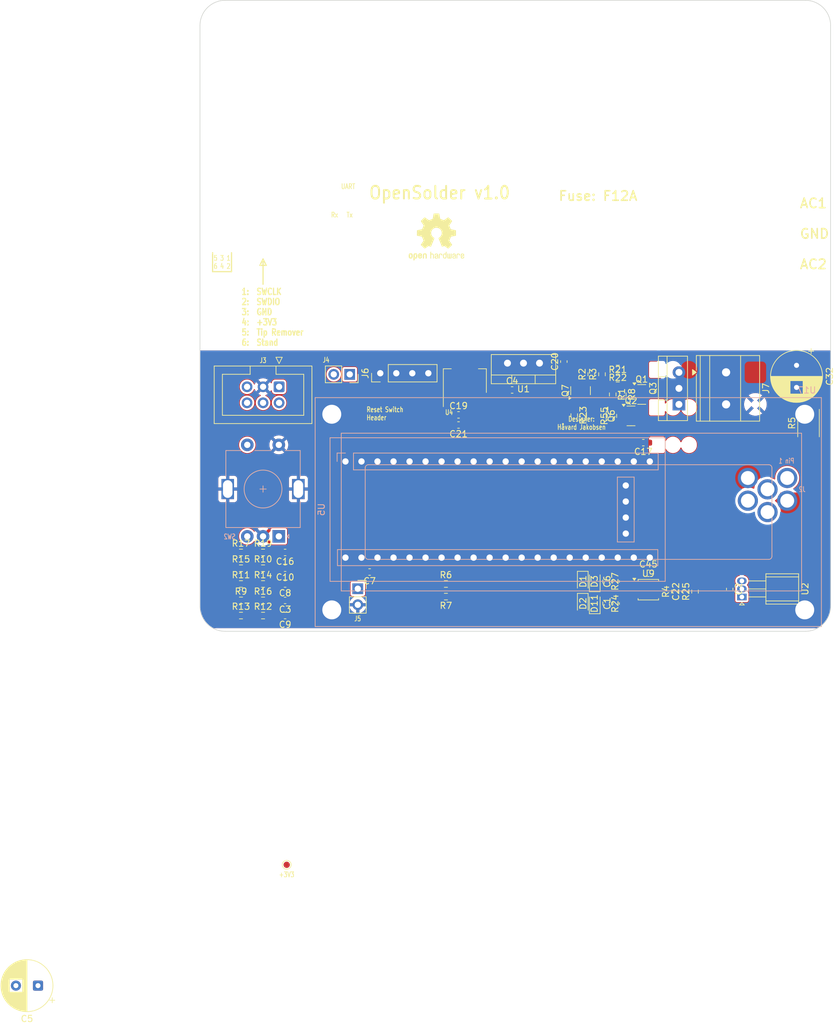
<source format=kicad_pcb>
(kicad_pcb (version 20241229) (generator "pcbnew") (generator_version "9.0")
  (layers (0 "F.Cu" signal) (2 "B.Cu" signal) (13 "F.Paste" user) (15 "B.Paste" user) (5 "F.SilkS" user "F.Silkscreen") (7 "B.SilkS" user "B.Silkscreen") (1 "F.Mask" user) (3 "B.Mask" user) (25 "Edge.Cuts" user))
  (net 0 "")
  (net 1 "+3V3")
  (net 2 "GND")
  (net 3 "+5V")
  (net 4 "/MCU/ENC_SW")
  (net 5 "/MCU/ENC_A")
  (net 6 "/MCU/ENC_B")
  (net 7 "ZERO_CROSS")
  (net 8 "/MCU/SWCLK")
  (net 9 "/MCU/SWDIO")
  (net 10 "/MCU/SCL")
  (net 11 "/MCU/SDA")
  (net 12 "/MCU/TIP_REMOVER")
  (net 13 "/MCU/STAND")
  (net 14 "TIP_CLAMP")
  (net 15 "THERMOCOUPLE+")
  (net 17 "THERMOCOUPLE_ADC")
  (net 18 "HEATER")
  (net 21 "0")
  (net 22 "/MCU/TIP_REMOVER_CONN")
  (net 23 "/MCU/STAND_CONN")
  (net 24 "/MCU/UART_TX")
  (net 25 "/MCU/UART_RX")
  (net 26 "TIP_CHECK")
  (net 27 "+24V")
  (net 28 "THERMOCOUPLE-")
  (net 29 "Net-(R17-Pad2)")
  (net 30 "Net-(U9B--)")
  (net 31 "SHUNT_ADC")
  (net 32 "Net-(Q3-D)")
  (net 33 "Net-(J2-Pad1)")
  (net 34 "SHUNT")
  (net 35 "Net-(J5-Pin_1)")
  (net 36 "SDA_1")
  (net 37 "SCL_1")
  (net 38 "GATE")
  (net 39 "Net-(Q1-B)")
  (net 40 "Net-(Q2-E)")
  (net 41 "Net-(Q2-B)")
  (net 42 "Net-(Q6-B)")
  (net 43 "Net-(Q7-C)")
  (net 44 "Net-(Q7-B)")
  (net 45 "Net-(R10-Pad1)")
  (net 46 "Net-(R12-Pad1)")
  (net 47 "GATE_3V3")
  (net 48 "SW_TEMP")
  (net 49 "GND_C")
  (footprint "TerminalBlock_Phoenix:TerminalBlock_Phoenix_MKDS-1,5-2-5.08_1x02_P5.08mm_Horizontal" (layer "F.Cu") (at 183.4275 108.955 -90)
    (property "Reference" "J7" (at 2.54 -6.32 90) (layer "F.SilkS"))
    (property "Value" "Screw_Terminal_01x02")
    (pad "1" thru_hole roundrect (at 0 0 270) (size 2.6 2.6) (drill 1.3) (layers "*.Cu" "*.Mask") (roundrect_rratio 0.096154) (net 27 "+24V"))
    (pad "2" thru_hole circle (at 5.08 0 270) (size 2.6 2.6) (drill 1.3) (layers "*.Cu" "*.Mask") (net 2 "GND"))
  )
  (footprint "Resistor_SMD:R_0603_1608Metric_Pad0.98x0.95mm_HandSolder" (layer "F.Cu") (at 167.05 112.46 -90)
    (property "Reference" "R8" (at 0 -1.43 90) (layer "F.SilkS"))
    (property "Value" "10k")
    (pad "1" smd roundrect (at -0.9125 0 270) (size 0.975 0.95) (layers "F.Cu" "F.Mask" "F.Paste") (net 27 "+24V"))
    (pad "2" smd roundrect (at 0.9125 0 270) (size 0.975 0.95) (layers "F.Cu" "F.Mask" "F.Paste") (net 38 "GATE"))
  )
  (footprint "Capacitor_SMD:C_0603_1608Metric_Pad1.08x0.95mm_HandSolder" (layer "F.Cu") (at 113.5 142.5 180)
    (property "Reference" "C8" (at 0 -1.43 180) (layer "F.SilkS"))
    (property "Value" "100n")
    (pad "1" smd roundrect (at -0.8625 0 180) (size 1.075 0.95) (layers "F.Cu" "F.Mask" "F.Paste") (net 2 "GND"))
    (pad "2" smd roundrect (at 0.8625 0 180) (size 1.075 0.95) (layers "F.Cu" "F.Mask" "F.Paste") (net 13 "/MCU/STAND"))
  )
  (footprint "Package_SO:OnSemi_Micro8" (layer "F.Cu") (at 171.1 143.4)
    (property "Reference" "U9" (at 0 -2.55 0) (layer "F.SilkS"))
    (property "Value" "NCS21802DMR2G")
    (pad "1" smd rect (at -2.225 -0.975) (size 0.8 0.48) (layers "F.Cu" "F.Mask" "F.Paste") (net 17 "THERMOCOUPLE_ADC"))
    (pad "2" smd rect (at -2.225 -0.325) (size 0.8 0.48) (layers "F.Cu" "F.Mask" "F.Paste") (net 28 "THERMOCOUPLE-"))
    (pad "3" smd rect (at -2.225 0.325) (size 0.8 0.48) (layers "F.Cu" "F.Mask" "F.Paste") (net 15 "THERMOCOUPLE+"))
    (pad "4" smd rect (at -2.225 0.975) (size 0.8 0.48) (layers "F.Cu" "F.Mask" "F.Paste") (net 2 "GND"))
    (pad "5" smd rect (at 2.225 0.975) (size 0.8 0.48) (layers "F.Cu" "F.Mask" "F.Paste") (net 34 "SHUNT"))
    (pad "6" smd rect (at 2.225 0.325) (size 0.8 0.48) (layers "F.Cu" "F.Mask" "F.Paste") (net 30 "Net-(U9B--)"))
    (pad "7" smd rect (at 2.225 -0.325) (size 0.8 0.48) (layers "F.Cu" "F.Mask" "F.Paste") (net 31 "SHUNT_ADC"))
    (pad "8" smd rect (at 2.225 -0.975) (size 0.8 0.48) (layers "F.Cu" "F.Mask" "F.Paste") (net 1 "+3V3"))
  )
  (footprint "Capacitor_SMD:C_0603_1608Metric_Pad1.08x0.95mm_HandSolder" (layer "F.Cu") (at 141 117.3 180)
    (property "Reference" "C21" (at 0 -1.43 0) (layer "F.SilkS"))
    (property "Value" "1u")
    (pad "1" smd roundrect (at -0.8625 0 180) (size 1.075 0.95) (layers "F.Cu" "F.Mask" "F.Paste") (net 1 "+3V3"))
    (pad "2" smd roundrect (at 0.8625 0 180) (size 1.075 0.95) (layers "F.Cu" "F.Mask" "F.Paste") (net 2 "GND"))
  )
  (footprint "Package_TO_SOT_THT:TO-220-3_Vertical" (layer "F.Cu") (at 153.84 107.5 180)
    (property "Reference" "U1" (at 2.54 -4.1 0) (layer "F.SilkS"))
    (property "Value" "L7805")
    (pad "1" thru_hole rect (at 0 0 180) (size 1.905 2) (drill 1.1) (layers "*.Cu" "*.Mask") (net 27 "+24V"))
    (pad "2" thru_hole oval (at 2.54 0 180) (size 1.905 2) (drill 1.1) (layers "*.Cu" "*.Mask") (net 2 "GND"))
    (pad "3" thru_hole oval (at 5.08 0 180) (size 1.905 2) (drill 1.1) (layers "*.Cu" "*.Mask") (net 3 "+5V"))
  )
  (footprint "Diode_SMD:D_SOD-323" (layer "F.Cu") (at 160.7 142.1 -90)
    (property "Reference" "D3" (at 0 -1.85 90) (layer "F.SilkS"))
    (property "Value" "1N4148WS")
    (pad "1" smd roundrect (at -1.05 0 270) (size 0.6 0.45) (layers "F.Cu" "F.Mask" "F.Paste") (net 2 "GND"))
    (pad "2" smd roundrect (at 1.05 0 270) (size 0.6 0.45) (layers "F.Cu" "F.Mask" "F.Paste") (net 28 "THERMOCOUPLE-"))
  )
  (footprint "Connector_IDC:IDC-Header_2x03_P2.54mm_Vertical" (layer "F.Cu") (at 112.545 111.2475 -90)
    (property "Reference" "J3" (at -4.18 2.545 0) (layer "F.SilkS") (effects (font (size 0.8 0.6) (thickness 0.125))))
    (property "Value" "SWD")
    (pad "1" thru_hole roundrect (at 0 0 270) (size 1.7 1.7) (drill 1) (layers "*.Cu" "*.Mask") (roundrect_rratio 0.1470588235) (net 8 "/MCU/SWCLK"))
    (pad "2" thru_hole circle (at 2.54 0 270) (size 1.7 1.7) (drill 1) (layers "*.Cu" "*.Mask") (net 9 "/MCU/SWDIO"))
    (pad "3" thru_hole circle (at 0 2.54 270) (size 1.7 1.7) (drill 1) (layers "*.Cu" "*.Mask") (net 2 "GND"))
    (pad "4" thru_hole circle (at 2.54 2.54 270) (size 1.7 1.7) (drill 1) (layers "*.Cu" "*.Mask") (net 1 "+3V3"))
    (pad "5" thru_hole circle (at 0 5.08 270) (size 1.7 1.7) (drill 1) (layers "*.Cu" "*.Mask") (net 22 "/MCU/TIP_REMOVER_CONN"))
    (pad "6" thru_hole circle (at 2.54 5.08 270) (size 1.7 1.7) (drill 1) (layers "*.Cu" "*.Mask") (net 23 "/MCU/STAND_CONN"))
  )
  (footprint "Resistor_SMD:R_0603_1608Metric_Pad0.98x0.95mm_HandSolder" (layer "F.Cu") (at 166.25 108.36 180)
    (property "Reference" "R22" (at 0 -1.43 0) (layer "F.SilkS"))
    (property "Value" "10k")
    (pad "1" smd roundrect (at -0.9125 0 180) (size 0.975 0.95) (layers "F.Cu" "F.Mask" "F.Paste") (net 27 "+24V"))
    (pad "2" smd roundrect (at 0.9125 0 180) (size 0.975 0.95) (layers "F.Cu" "F.Mask" "F.Paste") (net 43 "Net-(Q7-C)"))
  )
  (footprint "Capacitor_SMD:C_0603_1608Metric_Pad1.08x0.95mm_HandSolder" (layer "F.Cu") (at 157.7 107.25 90)
    (property "Reference" "C20" (at 0 -1.43 90) (layer "F.SilkS"))
    (property "Value" "10u")
    (pad "1" smd roundrect (at -0.8625 0 90) (size 1.075 0.95) (layers "F.Cu" "F.Mask" "F.Paste") (net 27 "+24V"))
    (pad "2" smd roundrect (at 0.8625 0 90) (size 1.075 0.95) (layers "F.Cu" "F.Mask" "F.Paste") (net 2 "GND"))
  )
  (footprint "Capacitor_SMD:C_0603_1608Metric_Pad1.08x0.95mm_HandSolder" (layer "F.Cu") (at 170.3 120.1 180)
    (property "Reference" "C17" (at 0 -1.43 0) (layer "F.SilkS"))
    (property "Value" "1u")
    (pad "1" smd roundrect (at -0.8625 0 180) (size 1.075 0.95) (layers "F.Cu" "F.Mask" "F.Paste") (net 1 "+3V3"))
    (pad "2" smd roundrect (at 0.8625 0 180) (size 1.075 0.95) (layers "F.Cu" "F.Mask" "F.Paste") (net 2 "GND"))
  )
  (footprint "Capacitor_SMD:C_0603_1608Metric_Pad1.08x0.95mm_HandSolder" (layer "F.Cu") (at 176.9 143.7 90)
    (property "Reference" "C22" (at 0 -1.43 90) (layer "F.SilkS"))
    (property "Value" "220p")
    (pad "1" smd roundrect (at -0.8625 0 90) (size 1.075 0.95) (layers "F.Cu" "F.Mask" "F.Paste") (net 30 "Net-(U9B--)"))
    (pad "2" smd roundrect (at 0.8625 0 90) (size 1.075 0.95) (layers "F.Cu" "F.Mask" "F.Paste") (net 31 "SHUNT_ADC"))
  )
  (footprint "Connector_PinSocket_2.54mm:PinSocket_1x02_P2.54mm_Vertical" (layer "F.Cu") (at 125.025 143.25)
    (property "Reference" "J5" (at -0.025 4.75 0) (layer "F.SilkS") (effects (font (size 0.8 0.6) (thickness 0.125))))
    (property "Value" "RESET")
    (pad "1" thru_hole rect (at 0 0) (size 1.7 1.7) (drill 1) (layers "*.Cu" "*.Mask") (net 35 "Net-(J5-Pin_1)"))
    (pad "2" thru_hole oval (at 0 2.54) (size 1.7 1.7) (drill 1) (layers "*.Cu" "*.Mask") (net 2 "GND"))
  )
  (footprint "Package_TO_SOT_THT:TO-220-3_Vertical" (layer "F.Cu") (at 175.95 114.04 90)
    (property "Reference" "Q3" (at 2.54 -4.1 90) (layer "F.SilkS"))
    (property "Value" "IRF5305")
    (pad "1" thru_hole rect (at 0 0 90) (size 1.905 2) (drill 1.1) (layers "*.Cu" "*.Mask") (net 38 "GATE"))
    (pad "2" thru_hole oval (at 2.54 0 90) (size 1.905 2) (drill 1.1) (layers "*.Cu" "*.Mask") (net 32 "Net-(Q3-D)"))
    (pad "3" thru_hole oval (at 5.08 0 90) (size 1.905 2) (drill 1.1) (layers "*.Cu" "*.Mask") (net 27 "+24V"))
  )
  (footprint "Capacitor_SMD:C_0603_1608Metric_Pad1.08x0.95mm_HandSolder" (layer "F.Cu") (at 166 145.6 90)
    (property "Reference" "C1" (at 0 -1.43 90) (layer "F.SilkS"))
    (property "Value" "1n")
    (pad "1" smd roundrect (at -0.8625 0 90) (size 1.075 0.95) (layers "F.Cu" "F.Mask" "F.Paste") (net 2 "GND"))
    (pad "2" smd roundrect (at 0.8625 0 90) (size 1.075 0.95) (layers "F.Cu" "F.Mask" "F.Paste") (net 15 "THERMOCOUPLE+"))
  )
  (footprint "Diode_SMD:D_SOD-323" (layer "F.Cu") (at 160.7 145.6 -90)
    (property "Reference" "D11" (at 0 -1.85 90) (layer "F.SilkS"))
    (property "Value" "1N4148WS")
    (pad "1" smd roundrect (at -1.05 0 270) (size 0.6 0.45) (layers "F.Cu" "F.Mask" "F.Paste") (net 15 "THERMOCOUPLE+"))
    (pad "2" smd roundrect (at 1.05 0 270) (size 0.6 0.45) (layers "F.Cu" "F.Mask" "F.Paste") (net 2 "GND"))
  )
  (footprint "Connector_PinSocket_2.54mm:PinSocket_1x02_P2.54mm_Vertical" (layer "F.Cu") (at 123.75 109.275 -90)
    (property "Reference" "J4" (at -2.275 3.75 0) (layer "F.SilkS") (effects (font (size 0.8 0.6) (thickness 0.125))))
    (property "Value" "UART")
    (pad "1" thru_hole rect (at 0 0 270) (size 1.7 1.7) (drill 1) (layers "*.Cu" "*.Mask") (net 24 "/MCU/UART_TX"))
    (pad "2" thru_hole oval (at 0 2.54 270) (size 1.7 1.7) (drill 1) (layers "*.Cu" "*.Mask") (net 25 "/MCU/UART_RX"))
  )
  (footprint "Capacitor_THT:CP_Radial_D8.0mm_P3.50mm" (layer "F.Cu") (at 194.6 107.847349 -90)
    (property "Reference" "C32" (at 1.75 -5.25 90) (layer "F.SilkS"))
    (property "Value" "100u")
    (pad "1" thru_hole roundrect (at 0 0 270) (size 1.6 1.6) (drill 0.8) (layers "*.Cu" "*.Mask") (roundrect_rratio 0.15625) (net 27 "+24V"))
    (pad "2" thru_hole circle (at 3.5 0 270) (size 1.6 1.6) (drill 0.8) (layers "*.Cu" "*.Mask") (net 21 "0"))
  )
  (footprint "Capacitor_THT:CP_Radial_D8.0mm_P3.50mm" (layer "F.Cu") (at 74.312651 206.15 180)
    (property "Reference" "C5" (at 1.75 -5.25 180) (layer "F.SilkS"))
    (property "Value" "100u")
    (pad "1" thru_hole roundrect (at 0 0 180) (size 1.6 1.6) (drill 0.8) (layers "*.Cu" "*.Mask") (roundrect_rratio 0.15625) (net 27 "+24V"))
    (pad "2" thru_hole circle (at 3.5 0 180) (size 1.6 1.6) (drill 0.8) (layers "*.Cu" "*.Mask") (net 21 "0"))
  )
  (footprint "Resistor_SMD:R_0603_1608Metric_Pad0.98x0.95mm_HandSolder" (layer "F.Cu") (at 165.45 112.46 -90)
    (property "Reference" "R1" (at 0 -1.43 90) (layer "F.SilkS"))
    (property "Value" "10k")
    (pad "1" smd roundrect (at -0.9125 0 270) (size 0.975 0.95) (layers "F.Cu" "F.Mask" "F.Paste") (net 38 "GATE"))
    (pad "2" smd roundrect (at 0.9125 0 270) (size 0.975 0.95) (layers "F.Cu" "F.Mask" "F.Paste") (net 41 "Net-(Q2-B)"))
  )
  (footprint "Connector_PinHeader_2.54mm:PinHeader_1x04_P2.54mm_Vertical" (layer "F.Cu") (at 128.59 109.1 90)
    (property "Reference" "J6" (at 0 -2.38 90) (layer "F.SilkS"))
    (property "Value" "Conn_01x04_Pin")
    (pad "1" thru_hole rect (at 0 0 90) (size 1.7 1.7) (drill 1) (layers "*.Cu" "*.Mask") (net 2 "GND"))
    (pad "2" thru_hole circle (at 0 2.54 90) (size 1.7 1.7) (drill 1) (layers "*.Cu" "*.Mask") (net 3 "+5V"))
    (pad "3" thru_hole circle (at 0 5.08 90) (size 1.7 1.7) (drill 1) (layers "*.Cu" "*.Mask") (net 36 "SDA_1"))
    (pad "4" thru_hole circle (at 0 7.62 90) (size 1.7 1.7) (drill 1) (layers "*.Cu" "*.Mask") (net 37 "SCL_1"))
  )
  (footprint "Resistor_SMD:R_0603_1608Metric_Pad0.98x0.95mm_HandSolder" (layer "F.Cu") (at 110 142.5)
    (property "Reference" "R14" (at 0 -1.43 0) (layer "F.SilkS"))
    (property "Value" "100k")
    (pad "1" smd roundrect (at -0.9125 0) (size 0.975 0.95) (layers "F.Cu" "F.Mask" "F.Paste") (net 23 "/MCU/STAND_CONN"))
    (pad "2" smd roundrect (at 0.9125 0) (size 0.975 0.95) (layers "F.Cu" "F.Mask" "F.Paste") (net 13 "/MCU/STAND"))
  )
  (footprint "Resistor_SMD:R_0603_1608Metric_Pad0.98x0.95mm_HandSolder" (layer "F.Cu") (at 175.3 143.7 90)
    (property "Reference" "R4" (at 0 -1.43 90) (layer "F.SilkS"))
    (property "Value" "22k")
    (pad "1" smd roundrect (at -0.9125 0 90) (size 0.975 0.95) (layers "F.Cu" "F.Mask" "F.Paste") (net 30 "Net-(U9B--)"))
    (pad "2" smd roundrect (at 0.9125 0 90) (size 0.975 0.95) (layers "F.Cu" "F.Mask" "F.Paste") (net 31 "SHUNT_ADC"))
  )
  (footprint "Resistor_SMD:R_0603_1608Metric_Pad0.98x0.95mm_HandSolder" (layer "F.Cu") (at 106.5 137.5)
    (property "Reference" "R17" (at 0 -1.43 0) (layer "F.SilkS"))
    (property "Value" "10k")
    (pad "1" smd roundrect (at -0.9125 0) (size 0.975 0.95) (layers "F.Cu" "F.Mask" "F.Paste") (net 1 "+3V3"))
    (pad "2" smd roundrect (at 0.9125 0) (size 0.975 0.95) (layers "F.Cu" "F.Mask" "F.Paste") (net 29 "Net-(R17-Pad2)"))
  )
  (footprint "Resistor_SMD:R_0603_1608Metric_Pad0.98x0.95mm_HandSolder" (layer "F.Cu") (at 166.25 109.96)
    (property "Reference" "R21" (at 0 -1.43 0) (layer "F.SilkS"))
    (property "Value" "1k")
    (pad "1" smd roundrect (at -0.9125 0) (size 0.975 0.95) (layers "F.Cu" "F.Mask" "F.Paste") (net 39 "Net-(Q1-B)"))
    (pad "2" smd roundrect (at 0.9125 0) (size 0.975 0.95) (layers "F.Cu" "F.Mask" "F.Paste") (net 27 "+24V"))
  )
  (footprint "Resistor_SMD:R_2512_6332Metric_Pad1.40x3.35mm_HandSolder" (layer "F.Cu") (at 196.5 117 90)
    (property "Reference" "R5" (at 0 -2.63 90) (layer "F.SilkS"))
    (property "Value" "10 mOhm")
    (pad "1" smd roundrect (at -3.05 0 90) (size 1.4 3.35) (layers "F.Cu" "F.Mask" "F.Paste") (roundrect_rratio 0.178571) (net 34 "SHUNT"))
    (pad "2" smd roundrect (at 3.05 0 90) (size 1.4 3.35) (layers "F.Cu" "F.Mask" "F.Paste") (roundrect_rratio 0.178571) (net 2 "GND"))
  )
  (footprint "Capacitor_SMD:C_0603_1608Metric_Pad1.08x0.95mm_HandSolder" (layer "F.Cu") (at 166 142.1 90)
    (property "Reference" "C6" (at 0 -1.43 90) (layer "F.SilkS"))
    (property "Value" "1n")
    (pad "1" smd roundrect (at -0.8625 0 90) (size 1.075 0.95) (layers "F.Cu" "F.Mask" "F.Paste") (net 28 "THERMOCOUPLE-"))
    (pad "2" smd roundrect (at 0.8625 0 90) (size 1.075 0.95) (layers "F.Cu" "F.Mask" "F.Paste") (net 17 "THERMOCOUPLE_ADC"))
  )
  (footprint "Resistor_SMD:R_0603_1608Metric_Pad0.98x0.95mm_HandSolder" (layer "F.Cu") (at 139 144.5 180)
    (property "Reference" "R7" (at 0 -1.43 180) (layer "F.SilkS"))
    (property "Value" "100")
    (pad "1" smd roundrect (at -0.9125 0 180) (size 0.975 0.95) (layers "F.Cu" "F.Mask" "F.Paste") (net 15 "THERMOCOUPLE+"))
    (pad "2" smd roundrect (at 0.9125 0 180) (size 0.975 0.95) (layers "F.Cu" "F.Mask" "F.Paste") (net 34 "SHUNT"))
  )
  (footprint "Capacitor_SMD:C_0603_1608Metric_Pad1.08x0.95mm_HandSolder" (layer "F.Cu") (at 113.5 140 180)
    (property "Reference" "C10" (at 0 -1.43 0) (layer "F.SilkS"))
    (property "Value" "10n")
    (pad "1" smd roundrect (at -0.8625 0 180) (size 1.075 0.95) (layers "F.Cu" "F.Mask" "F.Paste") (net 2 "GND"))
    (pad "2" smd roundrect (at 0.8625 0 180) (size 1.075 0.95) (layers "F.Cu" "F.Mask" "F.Paste") (net 5 "/MCU/ENC_A"))
  )
  (footprint "TestPoint:TestPoint_Pad_D1.0mm" (layer "F.Cu") (at 113.75 187)
    (property "Reference" "TP5" (hide yes))
    (property "Value" "+3V3" (at 0 1.55 0) (layer "F.SilkS") (effects (font (size 0.8 0.6) (thickness 0.125))))
    (pad "1" smd circle (at 0 0) (size 1 1) (layers "F.Cu" "F.Mask") (net 1 "+3V3"))
  )
  (footprint "Package_TO_SOT_SMD:SOT-23" (layer "F.Cu") (at 160.35 111.86 90)
    (property "Reference" "Q7" (at 0 -2.4 90) (layer "F.SilkS"))
    (property "Value" "MMBT5551L")
    (pad "1" smd roundrect (at -0.9375 -0.95 90) (size 1.475 0.6) (layers "F.Cu" "F.Mask" "F.Paste") (net 44 "Net-(Q7-B)"))
    (pad "2" smd roundrect (at -0.9375 0.95 90) (size 1.475 0.6) (layers "F.Cu" "F.Mask" "F.Paste") (net 2 "GND"))
    (pad "3" smd roundrect (at 0.9375 0 90) (size 1.475 0.6) (layers "F.Cu" "F.Mask" "F.Paste") (net 43 "Net-(Q7-C)"))
  )
  (footprint "Symbol:OSHW-Logo2_9.8x8mm_SilkScreen" (layer "F.Cu") (at 137.5 87.5)
    (property "Reference" "REF**" (hide yes))
    (property "Value" "OSHW-Logo2_9.8x8mm_SilkScreen" (hide yes))
  )
  (footprint "Capacitor_SMD:C_0603_1608Metric_Pad1.08x0.95mm_HandSolder" (layer "F.Cu") (at 113.5 145.1 180)
    (property "Reference" "C3" (at 0 -1.43 0) (layer "F.SilkS"))
    (property "Value" "100n")
    (pad "1" smd roundrect (at -0.8625 0 180) (size 1.075 0.95) (layers "F.Cu" "F.Mask" "F.Paste") (net 2 "GND"))
    (pad "2" smd roundrect (at 0.8625 0 180) (size 1.075 0.95) (layers "F.Cu" "F.Mask" "F.Paste") (net 12 "/MCU/TIP_REMOVER"))
  )
  (footprint "Capacitor_SMD:C_0603_1608Metric_Pad1.08x0.95mm_HandSolder" (layer "F.Cu") (at 184 143.3 -90)
    (property "Reference" "C2" (at 0 -1.43 90) (layer "F.SilkS"))
    (property "Value" "100n")
    (pad "1" smd roundrect (at -0.8625 0 270) (size 1.075 0.95) (layers "F.Cu" "F.Mask" "F.Paste") (net 2 "GND"))
    (pad "2" smd roundrect (at 0.8625 0 270) (size 1.075 0.95) (layers "F.Cu" "F.Mask" "F.Paste") (net 1 "+3V3"))
  )
  (footprint "Capacitor_SMD:C_0603_1608Metric_Pad1.08x0.95mm_HandSolder" (layer "F.Cu") (at 126.9 140.6 180)
    (property "Reference" "C7" (at 0 -1.43 0) (layer "F.SilkS"))
    (property "Value" "1u")
    (pad "1" smd roundrect (at -0.8625 0 180) (size 1.075 0.95) (layers "F.Cu" "F.Mask" "F.Paste") (net 1 "+3V3"))
    (pad "2" smd roundrect (at 0.8625 0 180) (size 1.075 0.95) (layers "F.Cu" "F.Mask" "F.Paste") (net 2 "GND"))
  )
  (footprint "Capacitor_SMD:C_0603_1608Metric_Pad1.08x0.95mm_HandSolder" (layer "F.Cu") (at 113.5 147.5 180)
    (property "Reference" "C9" (at 0 -1.43 0) (layer "F.SilkS"))
    (property "Value" "100n")
    (pad "1" smd roundrect (at -0.8625 0 180) (size 1.075 0.95) (layers "F.Cu" "F.Mask" "F.Paste") (net 2 "GND"))
    (pad "2" smd roundrect (at 0.8625 0 180) (size 1.075 0.95) (layers "F.Cu" "F.Mask" "F.Paste") (net 4 "/MCU/ENC_SW"))
  )
  (footprint "Resistor_SMD:R_0603_1608Metric_Pad0.98x0.95mm_HandSolder" (layer "F.Cu") (at 164.4 142.1 -90)
    (property "Reference" "R27" (at 0 -1.43 90) (layer "F.SilkS"))
    (property "Value" "22k")
    (pad "1" smd roundrect (at -0.9125 0 270) (size 0.975 0.95) (layers "F.Cu" "F.Mask" "F.Paste") (net 17 "THERMOCOUPLE_ADC"))
    (pad "2" smd roundrect (at 0.9125 0 270) (size 0.975 0.95) (layers "F.Cu" "F.Mask" "F.Paste") (net 28 "THERMOCOUPLE-"))
  )
  (footprint "Resistor_SMD:R_0603_1608Metric_Pad0.98x0.95mm_HandSolder" (layer "F.Cu") (at 106.5 140)
    (property "Reference" "R15" (at 0 -1.43 0) (layer "F.SilkS"))
    (property "Value" "10k")
    (pad "1" smd roundrect (at -0.9125 0) (size 0.975 0.95) (layers "F.Cu" "F.Mask" "F.Paste") (net 1 "+3V3"))
    (pad "2" smd roundrect (at 0.9125 0) (size 0.975 0.95) (layers "F.Cu" "F.Mask" "F.Paste") (net 45 "Net-(R10-Pad1)"))
  )
  (footprint "Resistor_SMD:R_0603_1608Metric_Pad0.98x0.95mm_HandSolder" (layer "F.Cu") (at 110 145.1)
    (property "Reference" "R16" (at 0 -1.43 0) (layer "F.SilkS"))
    (property "Value" "100k")
    (pad "1" smd roundrect (at -0.9125 0) (size 0.975 0.95) (layers "F.Cu" "F.Mask" "F.Paste") (net 22 "/MCU/TIP_REMOVER_CONN"))
    (pad "2" smd roundrect (at 0.9125 0) (size 0.975 0.95) (layers "F.Cu" "F.Mask" "F.Paste") (net 12 "/MCU/TIP_REMOVER"))
  )
  (footprint "Capacitor_SMD:C_0603_1608Metric_Pad1.08x0.95mm_HandSolder" (layer "F.Cu") (at 171.1 140.8)
    (property "Reference" "C45" (at 0 -1.43 0) (layer "F.SilkS"))
    (property "Value" "100n")
    (pad "1" smd roundrect (at -0.8625 0) (size 1.075 0.95) (layers "F.Cu" "F.Mask" "F.Paste") (net 2 "GND"))
    (pad "2" smd roundrect (at 0.8625 0) (size 1.075 0.95) (layers "F.Cu" "F.Mask" "F.Paste") (net 1 "+3V3"))
  )
  (footprint "Resistor_SMD:R_0603_1608Metric_Pad0.98x0.95mm_HandSolder" (layer "F.Cu") (at 165.55 115.86 90)
    (property "Reference" "R55" (at 0 -1.43 90) (layer "F.SilkS"))
    (property "Value" "1k")
    (pad "1" smd roundrect (at -0.9125 0 90) (size 0.975 0.95) (layers "F.Cu" "F.Mask" "F.Paste") (net 40 "Net-(Q2-E)"))
    (pad "2" smd roundrect (at 0.9125 0 90) (size 0.975 0.95) (layers "F.Cu" "F.Mask" "F.Paste") (net 41 "Net-(Q2-B)"))
  )
  (footprint "Resistor_SMD:R_0603_1608Metric_Pad0.98x0.95mm_HandSolder" (layer "F.Cu") (at 164.4 145.6 -90)
    (property "Reference" "R24" (at 0 -1.43 90) (layer "F.SilkS"))
    (property "Value" "22k")
    (pad "1" smd roundrect (at -0.9125 0 270) (size 0.975 0.95) (layers "F.Cu" "F.Mask" "F.Paste") (net 15 "THERMOCOUPLE+"))
    (pad "2" smd roundrect (at 0.9125 0 270) (size 0.975 0.95) (layers "F.Cu" "F.Mask" "F.Paste") (net 2 "GND"))
  )
  (footprint "Resistor_SMD:R_0603_1608Metric_Pad0.98x0.95mm_HandSolder" (layer "F.Cu") (at 178.5 143.7 90)
    (property "Reference" "R25" (at 0 -1.43 90) (layer "F.SilkS"))
    (property "Value" "1k")
    (pad "1" smd roundrect (at -0.9125 0 90) (size 0.975 0.95) (layers "F.Cu" "F.Mask" "F.Paste") (net 30 "Net-(U9B--)"))
    (pad "2" smd roundrect (at 0.9125 0 90) (size 0.975 0.95) (layers "F.Cu" "F.Mask" "F.Paste") (net 2 "GND"))
  )
  (footprint "Package_TO_SOT_SMD:SOT-23" (layer "F.Cu") (at 162.85 115.86 -90)
    (property "Reference" "Q6" (at 0 -2.4 90) (layer "F.SilkS"))
    (property "Value" "MMBT5551L")
    (pad "1" smd roundrect (at -0.9375 -0.95 270) (size 1.475 0.6) (layers "F.Cu" "F.Mask" "F.Paste") (net 42 "Net-(Q6-B)"))
    (pad "2" smd roundrect (at -0.9375 0.95 270) (size 1.475 0.6) (layers "F.Cu" "F.Mask" "F.Paste") (net 2 "GND"))
    (pad "3" smd roundrect (at 0.9375 0 270) (size 1.475 0.6) (layers "F.Cu" "F.Mask" "F.Paste") (net 40 "Net-(Q2-E)"))
  )
  (footprint "Resistor_SMD:R_0603_1608Metric_Pad0.98x0.95mm_HandSolder" (layer "F.Cu") (at 159.35 115.76 -90)
    (property "Reference" "R23" (at 0 -1.43 90) (layer "F.SilkS"))
    (property "Value" "10k")
    (pad "1" smd roundrect (at -0.9125 0 270) (size 0.975 0.95) (layers "F.Cu" "F.Mask" "F.Paste") (net 44 "Net-(Q7-B)"))
    (pad "2" smd roundrect (at 0.9125 0 270) (size 0.975 0.95) (layers "F.Cu" "F.Mask" "F.Paste") (net 47 "GATE_3V3"))
  )
  (footprint "Package_TO_SOT_THT:TO-92_Inline_W4.0mm_Horizontal_FlatSideDown" (layer "F.Cu") (at 185.93 144.5525 90)
    (property "Reference" "U2" (at 1.27 10.033 90) (layer "F.SilkS"))
    (property "Value" "LMT84LPM")
    (pad "1" thru_hole rect (at 0 0 90) (size 1.05 1.5) (drill 0.75) (layers "*.Cu" "*.Mask") (net 1 "+3V3"))
    (pad "2" thru_hole oval (at 1.27 0 90) (size 1.05 1.5) (drill 0.75) (layers "*.Cu" "*.Mask") (net 48 "SW_TEMP"))
    (pad "3" thru_hole oval (at 2.54 0 90) (size 1.05 1.5) (drill 0.75) (layers "*.Cu" "*.Mask") (net 49 "GND_C"))
  )
  (footprint "Resistor_SMD:R_0603_1608Metric_Pad0.98x0.95mm_HandSolder" (layer "F.Cu") (at 110 140)
    (property "Reference" "R10" (at 0 -1.43 0) (layer "F.SilkS"))
    (property "Value" "100k")
    (pad "1" smd roundrect (at -0.9125 0) (size 0.975 0.95) (layers "F.Cu" "F.Mask" "F.Paste") (net 45 "Net-(R10-Pad1)"))
    (pad "2" smd roundrect (at 0.9125 0) (size 0.975 0.95) (layers "F.Cu" "F.Mask" "F.Paste") (net 5 "/MCU/ENC_A"))
  )
  (footprint "Resistor_SMD:R_0603_1608Metric_Pad0.98x0.95mm_HandSolder" (layer "F.Cu") (at 163.75 109.26 90)
    (property "Reference" "R3" (at 0 -1.43 90) (layer "F.SilkS"))
    (property "Value" "10k")
    (pad "1" smd roundrect (at -0.9125 0 90) (size 0.975 0.95) (layers "F.Cu" "F.Mask" "F.Paste") (net 39 "Net-(Q1-B)"))
    (pad "2" smd roundrect (at 0.9125 0 90) (size 0.975 0.95) (layers "F.Cu" "F.Mask" "F.Paste") (net 43 "Net-(Q7-C)"))
  )
  (footprint "Diode_SMD:D_SOD-323" (layer "F.Cu") (at 162.6 142.1 90)
    (property "Reference" "D1" (at 0 -1.85 90) (layer "F.SilkS"))
    (property "Value" "1N4148WS")
    (pad "1" smd roundrect (at -1.05 0 90) (size 0.6 0.45) (layers "F.Cu" "F.Mask" "F.Paste") (net 28 "THERMOCOUPLE-"))
    (pad "2" smd roundrect (at 1.05 0 90) (size 0.6 0.45) (layers "F.Cu" "F.Mask" "F.Paste") (net 2 "GND"))
  )
  (footprint "Package_TO_SOT_SMD:SOT-223" (layer "F.Cu") (at 142 110.3 90)
    (property "Reference" "U4" (at -5 -2.5 0) (layer "F.SilkS") (effects (font (size 0.8 0.6) (thickness 0.125))))
    (property "Value" "AP2111H-3.3")
    (pad "1" smd rect (at -3.15 -2.3 90) (size 2 1.5) (layers "F.Cu" "F.Mask" "F.Paste") (net 2 "GND"))
    (pad "2" smd rect (at -3.15 0 90) (size 2 1.5) (layers "F.Cu" "F.Mask" "F.Paste") (net 1 "+3V3"))
    (pad "3" smd rect (at -3.15 2.3 90) (size 2 1.5) (layers "F.Cu" "F.Mask" "F.Paste") (net 3 "+5V"))
    (pad "4" smd rect (at 3.15 0 90) (size 2 3.8) (layers "F.Cu" "F.Mask" "F.Paste"))
  )
  (footprint "Resistor_SMD:R_0603_1608Metric_Pad0.98x0.95mm_HandSolder" (layer "F.Cu") (at 162.05 109.26 90)
    (property "Reference" "R2" (at 0 -1.43 90) (layer "F.SilkS"))
    (property "Value" "10k")
    (pad "1" smd roundrect (at -0.9125 0 90) (size 0.975 0.95) (layers "F.Cu" "F.Mask" "F.Paste") (net 42 "Net-(Q6-B)"))
    (pad "2" smd roundrect (at 0.9125 0 90) (size 0.975 0.95) (layers "F.Cu" "F.Mask" "F.Paste") (net 43 "Net-(Q7-C)"))
  )
  (footprint "Capacitor_SMD:C_0603_1608Metric_Pad1.08x0.95mm_HandSolder" (layer "F.Cu") (at 141 115.7)
    (property "Reference" "C19" (at 0 -1.43 0) (layer "F.SilkS"))
    (property "Value" "100n")
    (pad "1" smd roundrect (at -0.8625 0) (size 1.075 0.95) (layers "F.Cu" "F.Mask" "F.Paste") (net 2 "GND"))
    (pad "2" smd roundrect (at 0.8625 0) (size 1.075 0.95) (layers "F.Cu" "F.Mask" "F.Paste") (net 1 "+3V3"))
  )
  (footprint "Resistor_SMD:R_0603_1608Metric_Pad0.98x0.95mm_HandSolder" (layer "F.Cu") (at 139 142.5)
    (property "Reference" "R6" (at 0 -1.43 0) (layer "F.SilkS"))
    (property "Value" "100")
    (pad "1" smd roundrect (at -0.9125 0) (size 0.975 0.95) (layers "F.Cu" "F.Mask" "F.Paste") (net 28 "THERMOCOUPLE-"))
    (pad "2" smd roundrect (at 0.9125 0) (size 0.975 0.95) (layers "F.Cu" "F.Mask" "F.Paste") (net 33 "Net-(J2-Pad1)"))
  )
  (footprint "Resistor_SMD:R_0603_1608Metric_Pad0.98x0.95mm_HandSolder" (layer "F.Cu") (at 110 137.5)
    (property "Reference" "R19" (at 0 -1.43 0) (layer "F.SilkS"))
    (property "Value" "100k")
    (pad "1" smd roundrect (at -0.9125 0) (size 0.975 0.95) (layers "F.Cu" "F.Mask" "F.Paste") (net 29 "Net-(R17-Pad2)"))
    (pad "2" smd roundrect (at 0.9125 0) (size 0.975 0.95) (layers "F.Cu" "F.Mask" "F.Paste") (net 6 "/MCU/ENC_B"))
  )
  (footprint "Resistor_SMD:R_0603_1608Metric_Pad0.98x0.95mm_HandSolder" (layer "F.Cu") (at 106.5 147.5)
    (property "Reference" "R13" (at 0 -1.43 0) (layer "F.SilkS"))
    (property "Value" "10k")
    (pad "1" smd roundrect (at -0.9125 0) (size 0.975 0.95) (layers "F.Cu" "F.Mask" "F.Paste") (net 1 "+3V3"))
    (pad "2" smd roundrect (at 0.9125 0) (size 0.975 0.95) (layers "F.Cu" "F.Mask" "F.Paste") (net 46 "Net-(R12-Pad1)"))
  )
  (footprint "Capacitor_SMD:C_0603_1608Metric_Pad1.08x0.95mm_HandSolder" (layer "F.Cu") (at 149.5 111.75)
    (property "Reference" "C4" (at 0 -1.43 0) (layer "F.SilkS"))
    (property "Value" "10u")
    (pad "1" smd roundrect (at -0.8625 0) (size 1.075 0.95) (layers "F.Cu" "F.Mask" "F.Paste") (net 3 "+5V"))
    (pad "2" smd roundrect (at 0.8625 0) (size 1.075 0.95) (layers "F.Cu" "F.Mask" "F.Paste") (net 2 "GND"))
  )
  (footprint "Package_TO_SOT_SMD:SOT-23" (layer "F.Cu") (at 168.35 115.86)
    (property "Reference" "Q2" (at 0 -2.4 0) (layer "F.SilkS"))
    (property "Value" "MMBT5551L")
    (pad "1" smd roundrect (at -0.9375 -0.95) (size 1.475 0.6) (layers "F.Cu" "F.Mask" "F.Paste") (net 41 "Net-(Q2-B)"))
    (pad "2" smd roundrect (at -0.9375 0.95) (size 1.475 0.6) (layers "F.Cu" "F.Mask" "F.Paste") (net 40 "Net-(Q2-E)"))
    (pad "3" smd roundrect (at 0.9375 0) (size 1.475 0.6) (layers "F.Cu" "F.Mask" "F.Paste") (net 38 "GATE"))
  )
  (footprint "Capacitor_SMD:C_0603_1608Metric_Pad1.08x0.95mm_HandSolder" (layer "F.Cu") (at 113.5 137.5 180)
    (property "Reference" "C16" (at 0 -1.43 0) (layer "F.SilkS"))
    (property "Value" "10n")
    (pad "1" smd roundrect (at -0.8625 0 180) (size 1.075 0.95) (layers "F.Cu" "F.Mask" "F.Paste") (net 2 "GND"))
    (pad "2" smd roundrect (at 0.8625 0 180) (size 1.075 0.95) (layers "F.Cu" "F.Mask" "F.Paste") (net 6 "/MCU/ENC_B"))
  )
  (footprint "Diode_SMD:D_SOD-323" (layer "F.Cu") (at 162.6 145.6 90)
    (property "Reference" "D2" (at 0 -1.85 90) (layer "F.SilkS"))
    (property "Value" "1N4148WS")
    (pad "1" smd roundrect (at -1.05 0 90) (size 0.6 0.45) (layers "F.Cu" "F.Mask" "F.Paste") (net 2 "GND"))
    (pad "2" smd roundrect (at 1.05 0 90) (size 0.6 0.45) (layers "F.Cu" "F.Mask" "F.Paste") (net 15 "THERMOCOUPLE+"))
  )
  (footprint "Resistor_SMD:R_0603_1608Metric_Pad0.98x0.95mm_HandSolder" (layer "F.Cu") (at 106.5 145.1)
    (property "Reference" "R9" (at 0 -1.43 0) (layer "F.SilkS"))
    (property "Value" "10k")
    (pad "1" smd roundrect (at -0.9125 0) (size 0.975 0.95) (layers "F.Cu" "F.Mask" "F.Paste") (net 1 "+3V3"))
    (pad "2" smd roundrect (at 0.9125 0) (size 0.975 0.95) (layers "F.Cu" "F.Mask" "F.Paste") (net 22 "/MCU/TIP_REMOVER_CONN"))
  )
  (footprint "Resistor_SMD:R_0603_1608Metric_Pad0.98x0.95mm_HandSolder" (layer "F.Cu") (at 110 147.5)
    (property "Reference" "R12" (at 0 -1.43 0) (layer "F.SilkS"))
    (property "Value" "100k")
    (pad "1" smd roundrect (at -0.9125 0) (size 0.975 0.95) (layers "F.Cu" "F.Mask" "F.Paste") (net 46 "Net-(R12-Pad1)"))
    (pad "2" smd roundrect (at 0.9125 0) (size 0.975 0.95) (layers "F.Cu" "F.Mask" "F.Paste") (net 4 "/MCU/ENC_SW"))
  )
  (footprint "Resistor_SMD:R_0603_1608Metric_Pad0.98x0.95mm_HandSolder" (layer "F.Cu") (at 106.5 142.5)
    (property "Reference" "R11" (at 0 -1.43 0) (layer "F.SilkS"))
    (property "Value" "10k")
    (pad "1" smd roundrect (at -0.9125 0) (size 0.975 0.95) (layers "F.Cu" "F.Mask" "F.Paste") (net 1 "+3V3"))
    (pad "2" smd roundrect (at 0.9125 0) (size 0.975 0.95) (layers "F.Cu" "F.Mask" "F.Paste") (net 23 "/MCU/STAND_CONN"))
  )
  (footprint "Package_TO_SOT_SMD:SOT-23" (layer "F.Cu") (at 170.05 112.46)
    (property "Reference" "Q1" (at 0 -2.4 0) (layer "F.SilkS"))
    (property "Value" "MMBT5401")
    (pad "1" smd roundrect (at -0.9375 -0.95) (size 1.475 0.6) (layers "F.Cu" "F.Mask" "F.Paste") (net 39 "Net-(Q1-B)"))
    (pad "2" smd roundrect (at -0.9375 0.95) (size 1.475 0.6) (layers "F.Cu" "F.Mask" "F.Paste") (net 27 "+24V"))
    (pad "3" smd roundrect (at 0.9375 0) (size 1.475 0.6) (layers "F.Cu" "F.Mask" "F.Paste") (net 38 "GATE"))
  )
  (footprint "opensolder:BluePill" (layer "B.Cu") (at 123.07 123.08 -90)
    (property "Reference" "U5" (at 7.62 3.81 90) (layer "B.SilkS") (effects (justify mirror)))
    (property "Value" "BluePill" (hide yes))
    (pad "1" thru_hole rect (at 0 0 270) (size 1.7 1.7) (drill 1) (layers "*.Cu" "*.Mask"))
    (pad "2" thru_hole circle (at 0 -2.54 270) (size 1.7 1.7) (drill 1) (layers "*.Cu" "*.Mask"))
    (pad "3" thru_hole circle (at 0 -5.08 270) (size 1.7 1.7) (drill 1) (layers "*.Cu" "*.Mask"))
    (pad "4" thru_hole circle (at 0 -7.62 270) (size 1.7 1.7) (drill 1) (layers "*.Cu" "*.Mask"))
    (pad "5" thru_hole circle (at 0 -10.16 270) (size 1.7 1.7) (drill 1) (layers "*.Cu" "*.Mask"))
    (pad "6" thru_hole circle (at 0 -12.7 270) (size 1.7 1.7) (drill 1) (layers "*.Cu" "*.Mask") (net 24 "/MCU/UART_TX"))
    (pad "7" thru_hole circle (at 0 -15.24 270) (size 1.7 1.7) (drill 1) (layers "*.Cu" "*.Mask") (net 25 "/MCU/UART_RX"))
    (pad "8" thru_hole circle (at 0 -17.78 270) (size 1.7 1.7) (drill 1) (layers "*.Cu" "*.Mask"))
    (pad "9" thru_hole circle (at 0 -20.32 270) (size 1.7 1.7) (drill 1) (layers "*.Cu" "*.Mask"))
    (pad "10" thru_hole circle (at 0 -22.86 270) (size 1.7 1.7) (drill 1) (layers "*.Cu" "*.Mask") (net 5 "/MCU/ENC_A"))
    (pad "11" thru_hole circle (at 0 -25.4 270) (size 1.7 1.7) (drill 1) (layers "*.Cu" "*.Mask") (net 6 "/MCU/ENC_B"))
    (pad "12" thru_hole circle (at 0 -27.94 270) (size 1.7 1.7) (drill 1) (layers "*.Cu" "*.Mask") (net 4 "/MCU/ENC_SW"))
    (pad "13" thru_hole circle (at 0 -30.48 270) (size 1.7 1.7) (drill 1) (layers "*.Cu" "*.Mask") (net 12 "/MCU/TIP_REMOVER"))
    (pad "14" thru_hole circle (at 0 -33.02 270) (size 1.7 1.7) (drill 1) (layers "*.Cu" "*.Mask") (net 10 "/MCU/SCL"))
    (pad "15" thru_hole circle (at 0 -35.56 270) (size 1.7 1.7) (drill 1) (layers "*.Cu" "*.Mask") (net 11 "/MCU/SDA"))
    (pad "16" thru_hole circle (at 0 -38.1 270) (size 1.7 1.7) (drill 1) (layers "*.Cu" "*.Mask"))
    (pad "17" thru_hole circle (at 0 -40.64 270) (size 1.7 1.7) (drill 1) (layers "*.Cu" "*.Mask") (net 13 "/MCU/STAND"))
    (pad "18" thru_hole circle (at 0 -43.18 270) (size 1.7 1.7) (drill 1) (layers "*.Cu" "*.Mask"))
    (pad "19" thru_hole circle (at 0 -45.72 270) (size 1.7 1.7) (drill 1) (layers "*.Cu" "*.Mask") (net 2 "GND"))
    (pad "20" thru_hole circle (at 0 -48.26 270) (size 1.7 1.7) (drill 1) (layers "*.Cu" "*.Mask") (net 1 "+3V3"))
    (pad "21" thru_hole circle (at 15.24 -48.26 270) (size 1.7 1.7) (drill 1) (layers "*.Cu" "*.Mask"))
    (pad "22" thru_hole circle (at 15.24 -45.72 270) (size 1.7 1.7) (drill 1) (layers "*.Cu" "*.Mask"))
    (pad "23" thru_hole circle (at 15.24 -43.18 270) (size 1.7 1.7) (drill 1) (layers "*.Cu" "*.Mask"))
    (pad "24" thru_hole circle (at 15.24 -40.64 270) (size 1.7 1.7) (drill 1) (layers "*.Cu" "*.Mask"))
    (pad "25" thru_hole circle (at 15.24 -38.1 270) (size 1.7 1.7) (drill 1) (layers "*.Cu" "*.Mask") (net 17 "THERMOCOUPLE_ADC"))
    (pad "26" thru_hole circle (at 15.24 -35.56 270) (size 1.7 1.7) (drill 1) (layers "*.Cu" "*.Mask") (net 26 "TIP_CHECK"))
    (pad "27" thru_hole circle (at 15.24 -33.02 270) (size 1.7 1.7) (drill 1) (layers "*.Cu" "*.Mask") (net 14 "TIP_CLAMP"))
    (pad "28" thru_hole circle (at 15.24 -30.48 270) (size 1.7 1.7) (drill 1) (layers "*.Cu" "*.Mask") (net 18 "HEATER"))
    (pad "29" thru_hole circle (at 15.24 -27.94 270) (size 1.7 1.7) (drill 1) (layers "*.Cu" "*.Mask") (net 7 "ZERO_CROSS"))
    (pad "30" thru_hole circle (at 15.24 -25.4 270) (size 1.7 1.7) (drill 1) (layers "*.Cu" "*.Mask"))
    (pad "31" thru_hole circle (at 15.24 -22.86 270) (size 1.7 1.7) (drill 1) (layers "*.Cu" "*.Mask"))
    (pad "32" thru_hole circle (at 15.24 -20.32 270) (size 1.7 1.7) (drill 1) (layers "*.Cu" "*.Mask"))
    (pad "33" thru_hole circle (at 15.24 -17.78 270) (size 1.7 1.7) (drill 1) (layers "*.Cu" "*.Mask") (net 31 "SHUNT_ADC"))
    (pad "34" thru_hole circle (at 15.24 -15.24 270) (size 1.7 1.7) (drill 1) (layers "*.Cu" "*.Mask"))
    (pad "35" thru_hole circle (at 15.24 -12.7 270) (size 1.7 1.7) (drill 1) (layers "*.Cu" "*.Mask"))
    (pad "36" thru_hole circle (at 15.24 -10.16 270) (size 1.7 1.7) (drill 1) (layers "*.Cu" "*.Mask"))
    (pad "37" thru_hole circle (at 15.24 -7.62 270) (size 1.7 1.7) (drill 1) (layers "*.Cu" "*.Mask") (net 35 "Net-(J5-Pin_1)"))
    (pad "38" thru_hole circle (at 15.24 -5.08 270) (size 1.7 1.7) (drill 1) (layers "*.Cu" "*.Mask") (net 1 "+3V3"))
    (pad "39" thru_hole circle (at 15.24 -2.54 270) (size 1.7 1.7) (drill 1) (layers "*.Cu" "*.Mask") (net 2 "GND"))
    (pad "40" thru_hole circle (at 15.24 0 270) (size 1.7 1.7) (drill 1) (layers "*.Cu" "*.Mask") (net 2 "GND"))
    (pad "41" thru_hole circle (at 11.43 -44.45 270) (size 1.7 1.7) (drill 1) (layers "*.Cu" "*.Mask") (net 2 "GND"))
    (pad "42" thru_hole circle (at 8.89 -44.45 270) (size 1.7 1.7) (drill 1) (layers "*.Cu" "*.Mask") (net 8 "/MCU/SWCLK"))
    (pad "43" thru_hole circle (at 6.35 -44.45 270) (size 1.7 1.7) (drill 1) (layers "*.Cu" "*.Mask") (net 9 "/MCU/SWDIO"))
    (pad "44" thru_hole circle (at 3.81 -44.45 270) (size 1.7 1.7) (drill 1) (layers "*.Cu" "*.Mask") (net 1 "+3V3"))
  )
  (footprint "opensolder:WC1602A" (layer "B.Cu") (at 190.4 115.6 180)
    (property "Reference" "U17" (at -5.82 3.81 0) (layer "B.SilkS") (effects (justify mirror)))
    (property "Value" "Screen")
    (pad "" thru_hole circle (at -5.4991 -31.0007 180) (size 3.5 3.5) (drill 3) (layers "*.Cu" "*.Mask"))
    (pad "" thru_hole circle (at -5.4991 0 180) (size 3.5 3.5) (drill 3) (layers "*.Cu" "*.Mask"))
    (pad "" thru_hole circle (at 69.49948 -31.0007 180) (size 3.5 3.5) (drill 3) (layers "*.Cu" "*.Mask"))
    (pad "" thru_hole circle (at 69.5 0 180) (size 3.5 3.5) (drill 3) (layers "*.Cu" "*.Mask"))
  )
  (footprint "0_Howie:Hirose_RPC1" (layer "B.Cu") (at 190 127.5 180)
    (property "Reference" "J2" (at -5.5 0 0) (layer "B.SilkS") (effects (font (size 0.8 0.6) (thickness 0.125)) (justify mirror)))
    (property "Value" "Hirose RPC1-12RB-6P(71)")
    (fp_text user "Pin 1" (at -3 4.5 0) (layer "B.SilkS") (effects (font (size 0.8 0.6) (thickness 0.125)) (justify mirror)))
    (pad "1" thru_hole circle (at -3.12 1.8 180) (size 3.2 3.2) (drill 2.2) (layers "*.Cu" "*.Mask") (net 33 "Net-(J2-Pad1)"))
    (pad "2" thru_hole circle (at -3.12 -1.8 180) (size 3.2 3.2) (drill 2.2) (layers "*.Cu" "*.Mask") (net 34 "SHUNT"))
    (pad "3" thru_hole circle (at 0 -3.6 180) (size 3.2 3.2) (drill 2.2) (layers "*.Cu" "*.Mask"))
    (pad "4" thru_hole circle (at 3.12 -1.8 180) (size 3.2 3.2) (drill 2.2) (layers "*.Cu" "*.Mask"))
    (pad "5" thru_hole circle (at 3.12 1.8 180) (size 3.2 3.2) (drill 2.2) (layers "*.Cu" "*.Mask") (net 32 "Net-(Q3-D)"))
    (pad "6" thru_hole circle (at 0 0 180) (size 3.2 3.2) (drill 2.2) (layers "*.Cu" "*.Mask"))
  )
  (footprint "0_Howie:RotaryEncoder_PEC11R_PEC12R" (layer "B.Cu") (at 112.5 134.95 90)
    (property "Reference" "SW2" (at -0.05 -7.8 0) (layer "B.SilkS") (effects (font (size 0.8 0.6) (thickness 0.125)) (justify mirror)))
    (property "Value" "PEC11R-4220F-S0024")
    (pad "A" thru_hole rect (at 0 0 90) (size 2 2) (drill 1) (layers "*.Cu" "*.Mask") (net 45 "Net-(R10-Pad1)"))
    (pad "B" thru_hole circle (at 0 -5 90) (size 2 2) (drill 1) (layers "*.Cu" "*.Mask") (net 29 "Net-(R17-Pad2)"))
    (pad "C" thru_hole circle (at 0 -2.5 90) (size 2 2) (drill 1) (layers "*.Cu" "*.Mask") (net 2 "GND"))
    (pad "MP" thru_hole rect (at 7.5 -8.1 90) (size 3.2 2) (drill oval 2.8 1.5) (layers "*.Cu" "*.Mask") (net 2 "GND"))
    (pad "MP" thru_hole rect (at 7.5 3.1 90) (size 3.2 2) (drill oval 2.8 1.5) (layers "*.Cu" "*.Mask") (net 2 "GND"))
    (pad "S1" thru_hole circle (at 14.5 -5 90) (size 2 2) (drill 1) (layers "*.Cu" "*.Mask") (net 46 "Net-(R12-Pad1)"))
    (pad "S2" thru_hole circle (at 14.5 0 90) (size 2 2) (drill 1) (layers "*.Cu" "*.Mask") (net 2 "GND"))
  )
  (gr_line (start 110 91) (end 109.5 92) (stroke (width 0.2)) (layer "F.SilkS"))
  (gr_line (start 110 91) (end 110 95) (stroke (width 0.2)) (layer "F.SilkS"))
  (gr_line (start 110.5 92) (end 110 91) (stroke (width 0.2)) (layer "F.SilkS"))
  (gr_line (start 102 90) (end 102 93) (stroke (width 0.2)) (layer "F.SilkS"))
  (gr_line (start 102 93) (end 105 93) (stroke (width 0.2)) (layer "F.SilkS"))
  (gr_line (start 109.5 92) (end 110.5 92) (stroke (width 0.2)) (layer "F.SilkS"))
  (gr_line (start 105 93) (end 105 90) (stroke (width 0.2)) (layer "F.SilkS"))
  (gr_arc (start 196 50) (mid 198.828427 51.171573) (end 200 54) (stroke (width 0.1)) (layer "Edge.Cuts"))
  (gr_arc (start 104 150) (mid 101.171573 148.828427) (end 100 146) (stroke (width 0.1)) (layer "Edge.Cuts"))
  (gr_line (start 100 146) (end 100 54) (stroke (width 0.1)) (layer "Edge.Cuts"))
  (gr_line (start 200 146) (end 200 54) (stroke (width 0.1)) (layer "Edge.Cuts"))
  (gr_arc (start 200 146) (mid 198.828427 148.828427) (end 196 150) (stroke (width 0.1)) (layer "Edge.Cuts"))
  (gr_line (start 196 150) (end 104 150) (stroke (width 0.1)) (layer "Edge.Cuts"))
  (gr_line (start 196 50) (end 104 50) (stroke (width 0.1)) (layer "Edge.Cuts"))
  (gr_arc (start 100 54) (mid 101.171573 51.171573) (end 104 50) (stroke (width 0.1)) (layer "Edge.Cuts"))
  (gr_text "Reset Switch\nHeader" (at 126.355 115.5 0) (layer "F.SilkS") (effects (font (size 0.8 0.6) (thickness 0.125)) (justify left)))
  (gr_text "AC1\n\nGND\n\nAC2" (at 195 87 0) (layer "F.SilkS") (effects (font (size 1.5 1.5) (thickness 0.25)) (justify left)))
  (gr_text "Designer:\nHåvard Jakobsen" (at 160.5 117 0) (layer "F.SilkS") (effects (font (size 0.8 0.6) (thickness 0.125))))
  (gr_text "1:  SWCLK\n2:  SWDIO\n3:  GND\n4:  +3V3\n5:  Tip Remover\n6:  Stand\n\n" (at 106.5 101 0) (layer "F.SilkS") (effects (font (size 1 0.8) (thickness 0.2)) (justify left)))
  (gr_text "OpenSolder v1.0" (at 138 80.5 0) (layer "F.SilkS") (effects (font (size 2 1.8) (thickness 0.3))))
  (gr_text "Fuse: F12A" (at 169.5 81 0) (layer "F.SilkS") (effects (font (size 1.5 1.5) (thickness 0.25)) (justify right)))
  (gr_text "UART" (at 123.5 79.5 0) (layer "F.SilkS") (effects (font (size 0.8 0.6) (thickness 0.125))))
  (gr_text "Rx   Tx" (at 122.5 84 0) (layer "F.SilkS") (effects (font (size 0.8 0.6) (thickness 0.125))))
  (gr_text "5 3 1\n6 4 2" (at 103.5 91.5 0) (layer "F.SilkS") (effects (font (size 0.8 0.6) (thickness 0.125))))
  (zone (net 27) (net_name "+24V") (layer "F.Cu") (priority 1) (connect_pads yes (clearance 0.5)) (min_thickness 0.2) (fill yes (thermal_gap 0.5) (thermal_bridge_width 0.5))
    (polygon (pts (xy 193 111.5) (xy 175 111.5) (xy 173 109.5) (xy 173 105.5) (xy 193 105.5)))
  )
  (zone (net 34) (net_name "SHUNT") (layer "F.Cu") (priority 1) (connect_pads yes (clearance 0.5)) (min_thickness 0.2) (fill yes (thermal_gap 0.5) (thermal_bridge_width 0.5))
    (polygon (pts (xy 197.5 140.5) (xy 181.5 140.5) (xy 181.5 128) (xy 197.5 128)))
  )
  (zone (net 32) (net_name "Net-(Q3-D)") (layer "F.Cu") (priority 1) (connect_pads yes (clearance 0.5)) (min_thickness 0.2) (fill yes (thermal_gap 0.5) (thermal_bridge_width 0.5))
    (polygon (pts (xy 193 121.5) (xy 190 124.5) (xy 190 127.5) (xy 181.5 127.5) (xy 181.5 122.5) (xy 186.5 117.5) (xy 193 117.5)))
  )
  (zone (net 2) (net_name "GND") (layer "F.Cu") (connect_pads (clearance 0.3)) (min_thickness 0.2) (fill yes (thermal_gap 0.5) (thermal_bridge_width 0.5))
    (polygon (pts (xy 200 149.5) (xy 100 149.5) (xy 100 105.5) (xy 200 105.5)))
  )
  (zone (net 2) (net_name "GND") (layer "B.Cu") (connect_pads (clearance 0.4)) (min_thickness 0.2) (fill yes (thermal_gap 0.5) (thermal_bridge_width 0.5))
    (polygon (pts (xy 200 149.5) (xy 100 149.5) (xy 100 105.5) (xy 200 105.5)))
  )
)
</source>
